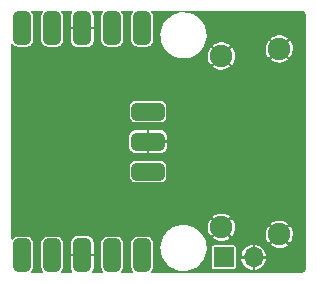
<source format=gbr>
%TF.GenerationSoftware,KiCad,Pcbnew,5.99.0-unknown-8eca23aabe~115~ubuntu20.04.1*%
%TF.CreationDate,2021-02-02T11:51:54+00:00*%
%TF.ProjectId,dvi-sock,6476692d-736f-4636-9b2e-6b696361645f,rev?*%
%TF.SameCoordinates,Original*%
%TF.FileFunction,Copper,L2,Bot*%
%TF.FilePolarity,Positive*%
%FSLAX46Y46*%
G04 Gerber Fmt 4.6, Leading zero omitted, Abs format (unit mm)*
G04 Created by KiCad (PCBNEW 5.99.0-unknown-8eca23aabe~115~ubuntu20.04.1) date 2021-02-02 11:51:54*
%MOMM*%
%LPD*%
G01*
G04 APERTURE LIST*
G04 Aperture macros list*
%AMRoundRect*
0 Rectangle with rounded corners*
0 $1 Rounding radius*
0 $2 $3 $4 $5 $6 $7 $8 $9 X,Y pos of 4 corners*
0 Add a 4 corners polygon primitive as box body*
4,1,4,$2,$3,$4,$5,$6,$7,$8,$9,$2,$3,0*
0 Add four circle primitives for the rounded corners*
1,1,$1+$1,$2,$3*
1,1,$1+$1,$4,$5*
1,1,$1+$1,$6,$7*
1,1,$1+$1,$8,$9*
0 Add four rect primitives between the rounded corners*
20,1,$1+$1,$2,$3,$4,$5,0*
20,1,$1+$1,$4,$5,$6,$7,0*
20,1,$1+$1,$6,$7,$8,$9,0*
20,1,$1+$1,$8,$9,$2,$3,0*%
G04 Aperture macros list end*
%TA.AperFunction,ComponentPad*%
%ADD10R,1.700000X1.700000*%
%TD*%
%TA.AperFunction,ComponentPad*%
%ADD11O,1.700000X1.700000*%
%TD*%
%TA.AperFunction,ComponentPad*%
%ADD12C,0.600000*%
%TD*%
%TA.AperFunction,ComponentPad*%
%ADD13RoundRect,0.381000X-0.381000X-1.019000X0.381000X-1.019000X0.381000X1.019000X-0.381000X1.019000X0*%
%TD*%
%TA.AperFunction,ComponentPad*%
%ADD14RoundRect,0.381000X0.381000X1.019000X-0.381000X1.019000X-0.381000X-1.019000X0.381000X-1.019000X0*%
%TD*%
%TA.AperFunction,ComponentPad*%
%ADD15RoundRect,0.381000X1.019000X-0.381000X1.019000X0.381000X-1.019000X0.381000X-1.019000X-0.381000X0*%
%TD*%
%TA.AperFunction,ComponentPad*%
%ADD16C,1.900000*%
%TD*%
%TA.AperFunction,ViaPad*%
%ADD17C,0.600000*%
%TD*%
G04 APERTURE END LIST*
D10*
%TO.P,J5,1,Pin_1*%
%TO.N,+5V*%
X159900000Y-94800000D03*
D11*
%TO.P,J5,2,Pin_2*%
%TO.N,GND*%
X162440000Y-94800000D03*
%TD*%
D12*
%TO.P,J1,1,Pin_1*%
%TO.N,/PICO_D0+*%
X142840000Y-95500000D03*
D13*
X142840000Y-94600000D03*
%TO.P,J1,2,Pin_2*%
%TO.N,/PICO_D0-*%
X145380000Y-94600000D03*
D12*
X145380000Y-95500000D03*
%TO.P,J1,3,Pin_3*%
%TO.N,GND*%
X147920000Y-95500000D03*
D13*
X147920000Y-94600000D03*
%TO.P,J1,4,Pin_4*%
%TO.N,/PICO_CK+*%
X150460000Y-94600000D03*
D12*
X150460000Y-95500000D03*
%TO.P,J1,5,Pin_5*%
%TO.N,/PICO_CK-*%
X153000000Y-95500000D03*
D13*
X153000000Y-94600000D03*
%TD*%
D12*
%TO.P,J2,1,Pin_1*%
%TO.N,/PICO_D2+*%
X153000000Y-74500000D03*
D14*
X153000000Y-75400000D03*
%TO.P,J2,2,Pin_2*%
%TO.N,/PICO_D2-*%
X150460000Y-75400000D03*
D12*
X150460000Y-74500000D03*
%TO.P,J2,3,Pin_3*%
%TO.N,GND*%
X147920000Y-74500000D03*
D14*
X147920000Y-75400000D03*
D12*
%TO.P,J2,4,Pin_4*%
%TO.N,/PICO_D1+*%
X145380000Y-74500000D03*
D14*
X145380000Y-75400000D03*
%TO.P,J2,5,Pin_5*%
%TO.N,/PICO_D1-*%
X142840000Y-75400000D03*
D12*
X142840000Y-74500000D03*
%TD*%
%TO.P,J3,1,Pin_1*%
%TO.N,unconnected-(J3-Pad1)*%
X154400000Y-87540000D03*
D15*
X153500000Y-87540000D03*
D12*
%TO.P,J3,2,Pin_2*%
%TO.N,GND*%
X154400000Y-85000000D03*
D15*
X153500000Y-85000000D03*
D12*
%TO.P,J3,3,Pin_3*%
%TO.N,unconnected-(J3-Pad3)*%
X154400000Y-82460000D03*
D15*
X153500000Y-82460000D03*
%TD*%
D16*
%TO.P,J4,SH,SH*%
%TO.N,GND*%
X164600000Y-77150000D03*
X159700000Y-77750000D03*
X159700000Y-92250000D03*
X164600000Y-92850000D03*
%TD*%
D17*
%TO.N,GND*%
X155350000Y-82600000D03*
X143260000Y-77370000D03*
X156010000Y-89470000D03*
X158440000Y-79620000D03*
X154500000Y-86300000D03*
X150950000Y-92570000D03*
X160250000Y-83750000D03*
X157430000Y-80520000D03*
X157540000Y-89750000D03*
X160250000Y-82250000D03*
X160250000Y-80750000D03*
X160250000Y-88250000D03*
X157450000Y-82250000D03*
X154800000Y-74250000D03*
X152600000Y-92600000D03*
X157500000Y-83750000D03*
X154600000Y-81200000D03*
X143300000Y-92500000D03*
X142300000Y-85000000D03*
X154950000Y-95800000D03*
X144900000Y-92500000D03*
X152670000Y-77280000D03*
X155250000Y-79600000D03*
X158200000Y-74250000D03*
X154500000Y-83700000D03*
X160250000Y-85250000D03*
X161820000Y-90350000D03*
X157500000Y-85300000D03*
X154500000Y-88800000D03*
X160590000Y-90340000D03*
X158100000Y-95800000D03*
X144990000Y-77350000D03*
X150950000Y-77440000D03*
%TD*%
%TA.AperFunction,Conductor*%
%TO.N,GND*%
G36*
X144592932Y-73917313D02*
G01*
X144618242Y-73961150D01*
X144609452Y-74011000D01*
X144605686Y-74016866D01*
X144534149Y-74117530D01*
X144523552Y-74132442D01*
X144521844Y-74137186D01*
X144521843Y-74137188D01*
X144496876Y-74206537D01*
X144474224Y-74269455D01*
X144467500Y-74333429D01*
X144467500Y-76455501D01*
X144482263Y-76563275D01*
X144484266Y-76567904D01*
X144484267Y-76567907D01*
X144516287Y-76641900D01*
X144540097Y-76696921D01*
X144543270Y-76700839D01*
X144543271Y-76700841D01*
X144571509Y-76735712D01*
X144631740Y-76810092D01*
X144635849Y-76813012D01*
X144635852Y-76813015D01*
X144746330Y-76891526D01*
X144750442Y-76894448D01*
X144755186Y-76896156D01*
X144755188Y-76896157D01*
X144883258Y-76942265D01*
X144887455Y-76943776D01*
X144906094Y-76945735D01*
X144949503Y-76950298D01*
X144949511Y-76950298D01*
X144951429Y-76950500D01*
X145797501Y-76950500D01*
X145905275Y-76935737D01*
X145909904Y-76933734D01*
X145909907Y-76933733D01*
X145985827Y-76900879D01*
X146038921Y-76877903D01*
X146051466Y-76867745D01*
X146148171Y-76789435D01*
X146152092Y-76786260D01*
X146155012Y-76782151D01*
X146155015Y-76782148D01*
X146233526Y-76671670D01*
X146233527Y-76671669D01*
X146236448Y-76667558D01*
X146238305Y-76662402D01*
X146284265Y-76534742D01*
X146285776Y-76530545D01*
X146290425Y-76486313D01*
X146292298Y-76468497D01*
X146292298Y-76468489D01*
X146292500Y-76466571D01*
X146292500Y-75508925D01*
X146958000Y-75508925D01*
X146958000Y-76454552D01*
X146958317Y-76459387D01*
X146972334Y-76565863D01*
X146974822Y-76575146D01*
X147029654Y-76707521D01*
X147034461Y-76715848D01*
X147121680Y-76829514D01*
X147128486Y-76836320D01*
X147242152Y-76923539D01*
X147250479Y-76928346D01*
X147382854Y-76983178D01*
X147392137Y-76985666D01*
X147498613Y-76999683D01*
X147503448Y-77000000D01*
X148336552Y-77000000D01*
X148341387Y-76999683D01*
X148447863Y-76985666D01*
X148457146Y-76983178D01*
X148589521Y-76928346D01*
X148597848Y-76923539D01*
X148711514Y-76836320D01*
X148718320Y-76829514D01*
X148805539Y-76715848D01*
X148810346Y-76707521D01*
X148865178Y-76575146D01*
X148867666Y-76565863D01*
X148881683Y-76459387D01*
X148882000Y-76454552D01*
X148882000Y-75513048D01*
X148878362Y-75503052D01*
X148873075Y-75500000D01*
X146971048Y-75500000D01*
X146961052Y-75503638D01*
X146958000Y-75508925D01*
X146292500Y-75508925D01*
X146292500Y-74344499D01*
X146277737Y-74236725D01*
X146275645Y-74231889D01*
X146234663Y-74137188D01*
X146219903Y-74103079D01*
X146153087Y-74020567D01*
X146136608Y-73972708D01*
X146154749Y-73925452D01*
X146199021Y-73900911D01*
X146210597Y-73900000D01*
X147025709Y-73900000D01*
X147073275Y-73917313D01*
X147098585Y-73961150D01*
X147089795Y-74011000D01*
X147084417Y-74019048D01*
X147034461Y-74084152D01*
X147029654Y-74092479D01*
X146974822Y-74224854D01*
X146972334Y-74234137D01*
X146958317Y-74340613D01*
X146958000Y-74345448D01*
X146958000Y-75286952D01*
X146961638Y-75296948D01*
X146966925Y-75300000D01*
X148868952Y-75300000D01*
X148878948Y-75296362D01*
X148882000Y-75291075D01*
X148882000Y-74345448D01*
X148881683Y-74340613D01*
X148867666Y-74234137D01*
X148865178Y-74224854D01*
X148810346Y-74092479D01*
X148805539Y-74084152D01*
X148755583Y-74019048D01*
X148740361Y-73970772D01*
X148759733Y-73924006D01*
X148804633Y-73900633D01*
X148814291Y-73900000D01*
X149625366Y-73900000D01*
X149672932Y-73917313D01*
X149698242Y-73961150D01*
X149689452Y-74011000D01*
X149685686Y-74016866D01*
X149614149Y-74117530D01*
X149603552Y-74132442D01*
X149601844Y-74137186D01*
X149601843Y-74137188D01*
X149576876Y-74206537D01*
X149554224Y-74269455D01*
X149547500Y-74333429D01*
X149547500Y-76455501D01*
X149562263Y-76563275D01*
X149564266Y-76567904D01*
X149564267Y-76567907D01*
X149596287Y-76641900D01*
X149620097Y-76696921D01*
X149623270Y-76700839D01*
X149623271Y-76700841D01*
X149651509Y-76735712D01*
X149711740Y-76810092D01*
X149715849Y-76813012D01*
X149715852Y-76813015D01*
X149826330Y-76891526D01*
X149830442Y-76894448D01*
X149835186Y-76896156D01*
X149835188Y-76896157D01*
X149963258Y-76942265D01*
X149967455Y-76943776D01*
X149986094Y-76945735D01*
X150029503Y-76950298D01*
X150029511Y-76950298D01*
X150031429Y-76950500D01*
X150877501Y-76950500D01*
X150985275Y-76935737D01*
X150989904Y-76933734D01*
X150989907Y-76933733D01*
X151065827Y-76900879D01*
X151118921Y-76877903D01*
X151131466Y-76867745D01*
X151228171Y-76789435D01*
X151232092Y-76786260D01*
X151235012Y-76782151D01*
X151235015Y-76782148D01*
X151313526Y-76671670D01*
X151313527Y-76671669D01*
X151316448Y-76667558D01*
X151318305Y-76662402D01*
X151364265Y-76534742D01*
X151365776Y-76530545D01*
X151370425Y-76486313D01*
X151372298Y-76468497D01*
X151372298Y-76468489D01*
X151372500Y-76466571D01*
X151372500Y-74344499D01*
X151357737Y-74236725D01*
X151355645Y-74231889D01*
X151314663Y-74137188D01*
X151299903Y-74103079D01*
X151233087Y-74020567D01*
X151216608Y-73972708D01*
X151234749Y-73925452D01*
X151279021Y-73900911D01*
X151290597Y-73900000D01*
X152165366Y-73900000D01*
X152212932Y-73917313D01*
X152238242Y-73961150D01*
X152229452Y-74011000D01*
X152225686Y-74016866D01*
X152154149Y-74117530D01*
X152143552Y-74132442D01*
X152141844Y-74137186D01*
X152141843Y-74137188D01*
X152116876Y-74206537D01*
X152094224Y-74269455D01*
X152087500Y-74333429D01*
X152087500Y-76455501D01*
X152102263Y-76563275D01*
X152104266Y-76567904D01*
X152104267Y-76567907D01*
X152136287Y-76641900D01*
X152160097Y-76696921D01*
X152163270Y-76700839D01*
X152163271Y-76700841D01*
X152191509Y-76735712D01*
X152251740Y-76810092D01*
X152255849Y-76813012D01*
X152255852Y-76813015D01*
X152366330Y-76891526D01*
X152370442Y-76894448D01*
X152375186Y-76896156D01*
X152375188Y-76896157D01*
X152503258Y-76942265D01*
X152507455Y-76943776D01*
X152526094Y-76945735D01*
X152569503Y-76950298D01*
X152569511Y-76950298D01*
X152571429Y-76950500D01*
X153417501Y-76950500D01*
X153525275Y-76935737D01*
X153529904Y-76933734D01*
X153529907Y-76933733D01*
X153605827Y-76900879D01*
X153658921Y-76877903D01*
X153671466Y-76867745D01*
X153768171Y-76789435D01*
X153772092Y-76786260D01*
X153775012Y-76782151D01*
X153775015Y-76782148D01*
X153853526Y-76671670D01*
X153853527Y-76671669D01*
X153856448Y-76667558D01*
X153858305Y-76662402D01*
X153904265Y-76534742D01*
X153905776Y-76530545D01*
X153910425Y-76486313D01*
X153912298Y-76468497D01*
X153912298Y-76468489D01*
X153912500Y-76466571D01*
X153912500Y-75938576D01*
X154545465Y-75938576D01*
X154545568Y-75941195D01*
X154552777Y-76124676D01*
X154556309Y-76214585D01*
X154556777Y-76217148D01*
X154556778Y-76217156D01*
X154600135Y-76454552D01*
X154605936Y-76486313D01*
X154606765Y-76488797D01*
X154606765Y-76488798D01*
X154690356Y-76739350D01*
X154693354Y-76748337D01*
X154749295Y-76860293D01*
X154787251Y-76936254D01*
X154816819Y-76995430D01*
X154818308Y-76997585D01*
X154818309Y-76997586D01*
X154972371Y-77220497D01*
X154972376Y-77220503D01*
X154973868Y-77222662D01*
X154975652Y-77224591D01*
X154975652Y-77224592D01*
X155158917Y-77422846D01*
X155161368Y-77425498D01*
X155375577Y-77599892D01*
X155518096Y-77685695D01*
X155609979Y-77741013D01*
X155609983Y-77741015D01*
X155612222Y-77742363D01*
X155866579Y-77850070D01*
X155869117Y-77850743D01*
X155869120Y-77850744D01*
X156008678Y-77887747D01*
X156133576Y-77920863D01*
X156407883Y-77953329D01*
X156533380Y-77950371D01*
X156681410Y-77946883D01*
X156681414Y-77946883D01*
X156684029Y-77946821D01*
X156686604Y-77946392D01*
X156686608Y-77946392D01*
X156953920Y-77901899D01*
X156953923Y-77901898D01*
X156956502Y-77901469D01*
X156968315Y-77897733D01*
X157217374Y-77818967D01*
X157217377Y-77818966D01*
X157219868Y-77818178D01*
X157222222Y-77817047D01*
X157222226Y-77817046D01*
X157417757Y-77723153D01*
X158545618Y-77723153D01*
X158558999Y-77927305D01*
X158560054Y-77933965D01*
X158610413Y-78132256D01*
X158612669Y-78138627D01*
X158698325Y-78324428D01*
X158701693Y-78330262D01*
X158808709Y-78481686D01*
X158817446Y-78487747D01*
X158821173Y-78487405D01*
X159549353Y-77759226D01*
X159553463Y-77750413D01*
X159846152Y-77750413D01*
X159847733Y-77756312D01*
X160571696Y-78480274D01*
X160581335Y-78484769D01*
X160585867Y-78483554D01*
X160649692Y-78406813D01*
X160653525Y-78401237D01*
X160753488Y-78222739D01*
X160756235Y-78216569D01*
X160818361Y-78033550D01*
X163863016Y-78033550D01*
X163864538Y-78039229D01*
X163870709Y-78045240D01*
X163875952Y-78049486D01*
X164046061Y-78163149D01*
X164051998Y-78166373D01*
X164239973Y-78247133D01*
X164246392Y-78249218D01*
X164445927Y-78294369D01*
X164452636Y-78295252D01*
X164657053Y-78303284D01*
X164663812Y-78302929D01*
X164866267Y-78273575D01*
X164872846Y-78271995D01*
X165066569Y-78206235D01*
X165072739Y-78203488D01*
X165251237Y-78103525D01*
X165256813Y-78099692D01*
X165329468Y-78039266D01*
X165334827Y-78030076D01*
X165334033Y-78025455D01*
X164609226Y-77300647D01*
X164599587Y-77296152D01*
X164593688Y-77297733D01*
X163867511Y-78023911D01*
X163863016Y-78033550D01*
X160818361Y-78033550D01*
X160821995Y-78022846D01*
X160823575Y-78016267D01*
X160853104Y-77812607D01*
X160853474Y-77808271D01*
X160854943Y-77752166D01*
X160854802Y-77747843D01*
X160835969Y-77542895D01*
X160834739Y-77536254D01*
X160779206Y-77339350D01*
X160776784Y-77333042D01*
X160686297Y-77149553D01*
X160682772Y-77143799D01*
X160667355Y-77123153D01*
X163445618Y-77123153D01*
X163458999Y-77327305D01*
X163460054Y-77333965D01*
X163510413Y-77532256D01*
X163512669Y-77538627D01*
X163598325Y-77724428D01*
X163601693Y-77730262D01*
X163708709Y-77881686D01*
X163717446Y-77887747D01*
X163721173Y-77887405D01*
X164449353Y-77159226D01*
X164453463Y-77150413D01*
X164746152Y-77150413D01*
X164747733Y-77156312D01*
X165471696Y-77880274D01*
X165481335Y-77884769D01*
X165485867Y-77883554D01*
X165549692Y-77806813D01*
X165553525Y-77801237D01*
X165653488Y-77622739D01*
X165656235Y-77616569D01*
X165721995Y-77422846D01*
X165723575Y-77416267D01*
X165753104Y-77212607D01*
X165753474Y-77208271D01*
X165754943Y-77152166D01*
X165754802Y-77147843D01*
X165735969Y-76942895D01*
X165734739Y-76936254D01*
X165679206Y-76739350D01*
X165676784Y-76733042D01*
X165586297Y-76549553D01*
X165582772Y-76543799D01*
X165490052Y-76419632D01*
X165481156Y-76413799D01*
X165477148Y-76414274D01*
X164750647Y-77140774D01*
X164746152Y-77150413D01*
X164453463Y-77150413D01*
X164453848Y-77149587D01*
X164452267Y-77143688D01*
X163727925Y-76419347D01*
X163718286Y-76414852D01*
X163714081Y-76415979D01*
X163633435Y-76518278D01*
X163629754Y-76523948D01*
X163534501Y-76704995D01*
X163531913Y-76711241D01*
X163471247Y-76906620D01*
X163469841Y-76913236D01*
X163445795Y-77116393D01*
X163445618Y-77123153D01*
X160667355Y-77123153D01*
X160590052Y-77019632D01*
X160581156Y-77013799D01*
X160577148Y-77014274D01*
X159850647Y-77740774D01*
X159846152Y-77750413D01*
X159553463Y-77750413D01*
X159553848Y-77749587D01*
X159552267Y-77743688D01*
X158827925Y-77019347D01*
X158818286Y-77014852D01*
X158814081Y-77015979D01*
X158733435Y-77118278D01*
X158729754Y-77123948D01*
X158634501Y-77304995D01*
X158631913Y-77311241D01*
X158571247Y-77506620D01*
X158569841Y-77513236D01*
X158545795Y-77716393D01*
X158545618Y-77723153D01*
X157417757Y-77723153D01*
X157466522Y-77699736D01*
X157468869Y-77698609D01*
X157591651Y-77616569D01*
X157696362Y-77546604D01*
X157696369Y-77546599D01*
X157698540Y-77545148D01*
X157904296Y-77360857D01*
X158082033Y-77149414D01*
X158228204Y-76915037D01*
X158248283Y-76869619D01*
X158965011Y-76869619D01*
X158965997Y-76874575D01*
X159690774Y-77599353D01*
X159700413Y-77603848D01*
X159706312Y-77602267D01*
X160431194Y-76877384D01*
X160435689Y-76867745D01*
X160434278Y-76862480D01*
X160405610Y-76835980D01*
X160400252Y-76831868D01*
X160227220Y-76722692D01*
X160221214Y-76719632D01*
X160031192Y-76643821D01*
X160024707Y-76641900D01*
X159824054Y-76601988D01*
X159817344Y-76601283D01*
X159612773Y-76598604D01*
X159606033Y-76599135D01*
X159404412Y-76633781D01*
X159397877Y-76635532D01*
X159205941Y-76706341D01*
X159199847Y-76709247D01*
X159024023Y-76813851D01*
X159018556Y-76817823D01*
X158970128Y-76860293D01*
X158965011Y-76869619D01*
X158248283Y-76869619D01*
X158339892Y-76662402D01*
X158414870Y-76396551D01*
X158431919Y-76269619D01*
X163865011Y-76269619D01*
X163865997Y-76274575D01*
X164590774Y-76999353D01*
X164600413Y-77003848D01*
X164606312Y-77002267D01*
X165331194Y-76277384D01*
X165335689Y-76267745D01*
X165334278Y-76262480D01*
X165305610Y-76235980D01*
X165300252Y-76231868D01*
X165127220Y-76122692D01*
X165121214Y-76119632D01*
X164931192Y-76043821D01*
X164924707Y-76041900D01*
X164724054Y-76001988D01*
X164717344Y-76001283D01*
X164512773Y-75998604D01*
X164506033Y-75999135D01*
X164304412Y-76033781D01*
X164297877Y-76035532D01*
X164105941Y-76106341D01*
X164099847Y-76109247D01*
X163924023Y-76213851D01*
X163918556Y-76217823D01*
X163870128Y-76260293D01*
X163865011Y-76269619D01*
X158431919Y-76269619D01*
X158451641Y-76122787D01*
X158455500Y-76000000D01*
X158455366Y-75998106D01*
X158436177Y-75727088D01*
X158436176Y-75727081D01*
X158435991Y-75724468D01*
X158377854Y-75454433D01*
X158357129Y-75398254D01*
X158283153Y-75197734D01*
X158283152Y-75197732D01*
X158282249Y-75195284D01*
X158151083Y-74952191D01*
X157986974Y-74730004D01*
X157793195Y-74533158D01*
X157573614Y-74365579D01*
X157332611Y-74230611D01*
X157074996Y-74130947D01*
X157072453Y-74130358D01*
X157072448Y-74130356D01*
X156808454Y-74069165D01*
X156808452Y-74069165D01*
X156805908Y-74068575D01*
X156803308Y-74068350D01*
X156803303Y-74068349D01*
X156565158Y-74047724D01*
X156519263Y-74026372D01*
X156518128Y-74023944D01*
X156494777Y-74043537D01*
X156473534Y-74047888D01*
X156254911Y-74059920D01*
X155983996Y-74113808D01*
X155846993Y-74161920D01*
X155725848Y-74204463D01*
X155725845Y-74204464D01*
X155723377Y-74205331D01*
X155721057Y-74206536D01*
X155721055Y-74206537D01*
X155609658Y-74264403D01*
X155478254Y-74332662D01*
X155432191Y-74365579D01*
X155255649Y-74491737D01*
X155255645Y-74491740D01*
X155253517Y-74493261D01*
X155251629Y-74495062D01*
X155251623Y-74495067D01*
X155055544Y-74682118D01*
X155053651Y-74683924D01*
X154882644Y-74900846D01*
X154743907Y-75139699D01*
X154742924Y-75142126D01*
X154742923Y-75142128D01*
X154678978Y-75300000D01*
X154640209Y-75395717D01*
X154573619Y-75663793D01*
X154573353Y-75666386D01*
X154573353Y-75666388D01*
X154567402Y-75724468D01*
X154545465Y-75938576D01*
X153912500Y-75938576D01*
X153912500Y-74344499D01*
X153897737Y-74236725D01*
X153895645Y-74231889D01*
X153854663Y-74137188D01*
X153839903Y-74103079D01*
X153773087Y-74020567D01*
X153756608Y-73972708D01*
X153774749Y-73925452D01*
X153819021Y-73900911D01*
X153830597Y-73900000D01*
X156469468Y-73900000D01*
X156517034Y-73917313D01*
X156521137Y-73924419D01*
X156552328Y-73902538D01*
X156571543Y-73900000D01*
X166451434Y-73900000D01*
X166467645Y-73902360D01*
X166467658Y-73902282D01*
X166472450Y-73903047D01*
X166477097Y-73904430D01*
X166481943Y-73904563D01*
X166481944Y-73904563D01*
X166494869Y-73904917D01*
X166532278Y-73905943D01*
X166539911Y-73906549D01*
X166543638Y-73907040D01*
X166553126Y-73908928D01*
X166623060Y-73927667D01*
X166640906Y-73935059D01*
X166702290Y-73970498D01*
X166717617Y-73982258D01*
X166767740Y-74032381D01*
X166779498Y-74047704D01*
X166814944Y-74109096D01*
X166822334Y-74126939D01*
X166841075Y-74196884D01*
X166842963Y-74206377D01*
X166843453Y-74210103D01*
X166844057Y-74217719D01*
X166845570Y-74272903D01*
X166846953Y-74277550D01*
X166847718Y-74282342D01*
X166847640Y-74282355D01*
X166850000Y-74298566D01*
X166850000Y-95701434D01*
X166847640Y-95717645D01*
X166847718Y-95717658D01*
X166846953Y-95722450D01*
X166845570Y-95727097D01*
X166845437Y-95731943D01*
X166845437Y-95731944D01*
X166844057Y-95782276D01*
X166843453Y-95789897D01*
X166842963Y-95793623D01*
X166841075Y-95803116D01*
X166825080Y-95862812D01*
X166822334Y-95873060D01*
X166814944Y-95890904D01*
X166779500Y-95952294D01*
X166767740Y-95967619D01*
X166717617Y-96017742D01*
X166702290Y-96029502D01*
X166640906Y-96064941D01*
X166623060Y-96072333D01*
X166553126Y-96091072D01*
X166543638Y-96092960D01*
X166539911Y-96093451D01*
X166532278Y-96094057D01*
X166494869Y-96095083D01*
X166481944Y-96095437D01*
X166481943Y-96095437D01*
X166477097Y-96095570D01*
X166472450Y-96096953D01*
X166467658Y-96097718D01*
X166467645Y-96097640D01*
X166451434Y-96100000D01*
X156465127Y-96100000D01*
X156427266Y-96086219D01*
X156409252Y-96098030D01*
X156392291Y-96100000D01*
X153834634Y-96100000D01*
X153787068Y-96082687D01*
X153761758Y-96038850D01*
X153770548Y-95989000D01*
X153774314Y-95983134D01*
X153853526Y-95871670D01*
X153853527Y-95871669D01*
X153856448Y-95867558D01*
X153862502Y-95850744D01*
X153904265Y-95734742D01*
X153905776Y-95730545D01*
X153909785Y-95692400D01*
X153912298Y-95668497D01*
X153912298Y-95668489D01*
X153912500Y-95666571D01*
X153912500Y-93938576D01*
X154545465Y-93938576D01*
X154545568Y-93941195D01*
X154555783Y-94201186D01*
X154556309Y-94214585D01*
X154556777Y-94217148D01*
X154556778Y-94217156D01*
X154557182Y-94219367D01*
X154605936Y-94486313D01*
X154606765Y-94488797D01*
X154606765Y-94488798D01*
X154681581Y-94713048D01*
X154693354Y-94748337D01*
X154816819Y-94995430D01*
X154818308Y-94997585D01*
X154818309Y-94997586D01*
X154972371Y-95220497D01*
X154972376Y-95220503D01*
X154973868Y-95222662D01*
X154975652Y-95224591D01*
X154975652Y-95224592D01*
X155103227Y-95362601D01*
X155161368Y-95425498D01*
X155375577Y-95599892D01*
X155482003Y-95663965D01*
X155609979Y-95741013D01*
X155609983Y-95741015D01*
X155612222Y-95742363D01*
X155866579Y-95850070D01*
X155869117Y-95850743D01*
X155869120Y-95850744D01*
X156060431Y-95901469D01*
X156133576Y-95920863D01*
X156400989Y-95952513D01*
X156428187Y-95966222D01*
X156439818Y-95956463D01*
X156463384Y-95952021D01*
X156681410Y-95946883D01*
X156681414Y-95946883D01*
X156684029Y-95946821D01*
X156686604Y-95946392D01*
X156686608Y-95946392D01*
X156953920Y-95901899D01*
X156953923Y-95901898D01*
X156956502Y-95901469D01*
X156970883Y-95896921D01*
X157217374Y-95818967D01*
X157217377Y-95818966D01*
X157219868Y-95818178D01*
X157222222Y-95817047D01*
X157222226Y-95817046D01*
X157466522Y-95699736D01*
X157468869Y-95698609D01*
X157513935Y-95668497D01*
X157696362Y-95546604D01*
X157696369Y-95546599D01*
X157698540Y-95545148D01*
X157904296Y-95360857D01*
X158082033Y-95149414D01*
X158228204Y-94915037D01*
X158339892Y-94662402D01*
X158414870Y-94396551D01*
X158451641Y-94122787D01*
X158455500Y-94000000D01*
X158453517Y-93971995D01*
X158451960Y-93950000D01*
X158894500Y-93950000D01*
X158894500Y-95650000D01*
X158906337Y-95709507D01*
X158940045Y-95759955D01*
X158990493Y-95793663D01*
X158997638Y-95795084D01*
X158997640Y-95795085D01*
X159046430Y-95804790D01*
X159046431Y-95804790D01*
X159050000Y-95805500D01*
X160750000Y-95805500D01*
X160753569Y-95804790D01*
X160753570Y-95804790D01*
X160802360Y-95795085D01*
X160802362Y-95795084D01*
X160809507Y-95793663D01*
X160859955Y-95759955D01*
X160893663Y-95709507D01*
X160905500Y-95650000D01*
X160905500Y-94907792D01*
X161395391Y-94907792D01*
X161402029Y-94986840D01*
X161403330Y-94993927D01*
X161458088Y-95184892D01*
X161460739Y-95191588D01*
X161551547Y-95368282D01*
X161555452Y-95374340D01*
X161678847Y-95530027D01*
X161683853Y-95535211D01*
X161835140Y-95663965D01*
X161841059Y-95668079D01*
X162014473Y-95764998D01*
X162021074Y-95767881D01*
X162210008Y-95829269D01*
X162217053Y-95830818D01*
X162327043Y-95843934D01*
X162337400Y-95841505D01*
X162340000Y-95838030D01*
X162340000Y-94913048D01*
X162338499Y-94908925D01*
X162540000Y-94908925D01*
X162540000Y-95832326D01*
X162543638Y-95842322D01*
X162547875Y-95844768D01*
X162619588Y-95839250D01*
X162626687Y-95837998D01*
X162818033Y-95784574D01*
X162824741Y-95781972D01*
X163002062Y-95692400D01*
X163008151Y-95688536D01*
X163164696Y-95566230D01*
X163169915Y-95561260D01*
X163299725Y-95410873D01*
X163303873Y-95404993D01*
X163402004Y-95232250D01*
X163404932Y-95225675D01*
X163467640Y-95037168D01*
X163469237Y-95030144D01*
X163484042Y-94912944D01*
X163481686Y-94902573D01*
X163478295Y-94900000D01*
X162553048Y-94900000D01*
X162543052Y-94903638D01*
X162540000Y-94908925D01*
X162338499Y-94908925D01*
X162336362Y-94903052D01*
X162331075Y-94900000D01*
X161407785Y-94900000D01*
X161397789Y-94903638D01*
X161395391Y-94907792D01*
X160905500Y-94907792D01*
X160905500Y-94687033D01*
X161396121Y-94687033D01*
X161398623Y-94697372D01*
X161402188Y-94700000D01*
X162326952Y-94700000D01*
X162336948Y-94696362D01*
X162340000Y-94691075D01*
X162340000Y-93767845D01*
X162338002Y-93762356D01*
X162540000Y-93762356D01*
X162540000Y-94686952D01*
X162543638Y-94696948D01*
X162548925Y-94700000D01*
X163472147Y-94700000D01*
X163482143Y-94696362D01*
X163484447Y-94692371D01*
X163475261Y-94598686D01*
X163473862Y-94591618D01*
X163416441Y-94401434D01*
X163413697Y-94394776D01*
X163320431Y-94219367D01*
X163316445Y-94213368D01*
X163190883Y-94059414D01*
X163185812Y-94054307D01*
X163032734Y-93927669D01*
X163026768Y-93923645D01*
X162852012Y-93829155D01*
X162845374Y-93826365D01*
X162655596Y-93767619D01*
X162648536Y-93766170D01*
X162552977Y-93756126D01*
X162542657Y-93758699D01*
X162540000Y-93762356D01*
X162338002Y-93762356D01*
X162336362Y-93757849D01*
X162332290Y-93755499D01*
X162245918Y-93763359D01*
X162238841Y-93764709D01*
X162048261Y-93820799D01*
X162041585Y-93823497D01*
X161865524Y-93915539D01*
X161859503Y-93919480D01*
X161704679Y-94043961D01*
X161699526Y-94049006D01*
X161571833Y-94201186D01*
X161567763Y-94207130D01*
X161472054Y-94381223D01*
X161469218Y-94387840D01*
X161409147Y-94577206D01*
X161407651Y-94584245D01*
X161396121Y-94687033D01*
X160905500Y-94687033D01*
X160905500Y-93950000D01*
X160903228Y-93938576D01*
X160895085Y-93897640D01*
X160895084Y-93897638D01*
X160893663Y-93890493D01*
X160859955Y-93840045D01*
X160809507Y-93806337D01*
X160802362Y-93804916D01*
X160802360Y-93804915D01*
X160753570Y-93795210D01*
X160753569Y-93795210D01*
X160750000Y-93794500D01*
X159050000Y-93794500D01*
X159046431Y-93795210D01*
X159046430Y-93795210D01*
X158997640Y-93804915D01*
X158997638Y-93804916D01*
X158990493Y-93806337D01*
X158940045Y-93840045D01*
X158906337Y-93890493D01*
X158904916Y-93897638D01*
X158904915Y-93897640D01*
X158896772Y-93938576D01*
X158894500Y-93950000D01*
X158451960Y-93950000D01*
X158436635Y-93733550D01*
X163863016Y-93733550D01*
X163864538Y-93739229D01*
X163870709Y-93745240D01*
X163875952Y-93749486D01*
X164046061Y-93863149D01*
X164051998Y-93866373D01*
X164239973Y-93947133D01*
X164246392Y-93949218D01*
X164445927Y-93994369D01*
X164452636Y-93995252D01*
X164657053Y-94003284D01*
X164663812Y-94002929D01*
X164866267Y-93973575D01*
X164872846Y-93971995D01*
X165066569Y-93906235D01*
X165072739Y-93903488D01*
X165251237Y-93803525D01*
X165256813Y-93799692D01*
X165329468Y-93739266D01*
X165334827Y-93730076D01*
X165334033Y-93725455D01*
X164609226Y-93000647D01*
X164599587Y-92996152D01*
X164593688Y-92997733D01*
X163867511Y-93723911D01*
X163863016Y-93733550D01*
X158436635Y-93733550D01*
X158436177Y-93727088D01*
X158436176Y-93727081D01*
X158435991Y-93724468D01*
X158377854Y-93454433D01*
X158370367Y-93434137D01*
X158283153Y-93197734D01*
X158283152Y-93197732D01*
X158282249Y-93195284D01*
X158248939Y-93133550D01*
X158963016Y-93133550D01*
X158964538Y-93139229D01*
X158970709Y-93145240D01*
X158975952Y-93149486D01*
X159146061Y-93263149D01*
X159151998Y-93266373D01*
X159339973Y-93347133D01*
X159346392Y-93349218D01*
X159545927Y-93394369D01*
X159552636Y-93395252D01*
X159757053Y-93403284D01*
X159763812Y-93402929D01*
X159966267Y-93373575D01*
X159972846Y-93371995D01*
X160166569Y-93306235D01*
X160172739Y-93303488D01*
X160351237Y-93203525D01*
X160356813Y-93199692D01*
X160429468Y-93139266D01*
X160434827Y-93130076D01*
X160434033Y-93125455D01*
X159709226Y-92400647D01*
X159699587Y-92396152D01*
X159693688Y-92397733D01*
X158967511Y-93123911D01*
X158963016Y-93133550D01*
X158248939Y-93133550D01*
X158195206Y-93033965D01*
X158152325Y-92954492D01*
X158152322Y-92954487D01*
X158151083Y-92952191D01*
X158118644Y-92908271D01*
X158056716Y-92824428D01*
X157986974Y-92730004D01*
X157793195Y-92533158D01*
X157573614Y-92365579D01*
X157332611Y-92230611D01*
X157313333Y-92223153D01*
X158545618Y-92223153D01*
X158558999Y-92427305D01*
X158560054Y-92433965D01*
X158610413Y-92632256D01*
X158612669Y-92638627D01*
X158698325Y-92824428D01*
X158701693Y-92830262D01*
X158808709Y-92981686D01*
X158817446Y-92987747D01*
X158821173Y-92987405D01*
X159549353Y-92259226D01*
X159553463Y-92250413D01*
X159846152Y-92250413D01*
X159847733Y-92256312D01*
X160571696Y-92980274D01*
X160581335Y-92984769D01*
X160585867Y-92983554D01*
X160649692Y-92906813D01*
X160653525Y-92901237D01*
X160697254Y-92823153D01*
X163445618Y-92823153D01*
X163458999Y-93027305D01*
X163460054Y-93033965D01*
X163510413Y-93232256D01*
X163512669Y-93238627D01*
X163598325Y-93424428D01*
X163601693Y-93430262D01*
X163708709Y-93581686D01*
X163717446Y-93587747D01*
X163721173Y-93587405D01*
X164449353Y-92859226D01*
X164453463Y-92850413D01*
X164746152Y-92850413D01*
X164747733Y-92856312D01*
X165471696Y-93580274D01*
X165481335Y-93584769D01*
X165485867Y-93583554D01*
X165549692Y-93506813D01*
X165553525Y-93501237D01*
X165653488Y-93322739D01*
X165656235Y-93316569D01*
X165721995Y-93122846D01*
X165723575Y-93116267D01*
X165753104Y-92912607D01*
X165753474Y-92908271D01*
X165754943Y-92852166D01*
X165754802Y-92847843D01*
X165735969Y-92642895D01*
X165734739Y-92636254D01*
X165679206Y-92439350D01*
X165676784Y-92433042D01*
X165586297Y-92249553D01*
X165582772Y-92243799D01*
X165490052Y-92119632D01*
X165481156Y-92113799D01*
X165477148Y-92114274D01*
X164750647Y-92840774D01*
X164746152Y-92850413D01*
X164453463Y-92850413D01*
X164453848Y-92849587D01*
X164452267Y-92843688D01*
X163727925Y-92119347D01*
X163718286Y-92114852D01*
X163714081Y-92115979D01*
X163633435Y-92218278D01*
X163629754Y-92223948D01*
X163534501Y-92404995D01*
X163531913Y-92411241D01*
X163471247Y-92606620D01*
X163469841Y-92613236D01*
X163445795Y-92816393D01*
X163445618Y-92823153D01*
X160697254Y-92823153D01*
X160753488Y-92722739D01*
X160756235Y-92716569D01*
X160821995Y-92522846D01*
X160823575Y-92516267D01*
X160853104Y-92312607D01*
X160853474Y-92308271D01*
X160854943Y-92252166D01*
X160854802Y-92247843D01*
X160835969Y-92042895D01*
X160834739Y-92036254D01*
X160815946Y-91969619D01*
X163865011Y-91969619D01*
X163865997Y-91974575D01*
X164590774Y-92699353D01*
X164600413Y-92703848D01*
X164606312Y-92702267D01*
X165331194Y-91977384D01*
X165335689Y-91967745D01*
X165334278Y-91962480D01*
X165305610Y-91935980D01*
X165300252Y-91931868D01*
X165127220Y-91822692D01*
X165121214Y-91819632D01*
X164931192Y-91743821D01*
X164924707Y-91741900D01*
X164724054Y-91701988D01*
X164717344Y-91701283D01*
X164512773Y-91698604D01*
X164506033Y-91699135D01*
X164304412Y-91733781D01*
X164297877Y-91735532D01*
X164105941Y-91806341D01*
X164099847Y-91809247D01*
X163924023Y-91913851D01*
X163918556Y-91917823D01*
X163870128Y-91960293D01*
X163865011Y-91969619D01*
X160815946Y-91969619D01*
X160779206Y-91839350D01*
X160776784Y-91833042D01*
X160686297Y-91649553D01*
X160682772Y-91643799D01*
X160590052Y-91519632D01*
X160581156Y-91513799D01*
X160577148Y-91514274D01*
X159850647Y-92240774D01*
X159846152Y-92250413D01*
X159553463Y-92250413D01*
X159553848Y-92249587D01*
X159552267Y-92243688D01*
X158827925Y-91519347D01*
X158818286Y-91514852D01*
X158814081Y-91515979D01*
X158733435Y-91618278D01*
X158729754Y-91623948D01*
X158634501Y-91804995D01*
X158631913Y-91811241D01*
X158571247Y-92006620D01*
X158569841Y-92013236D01*
X158545795Y-92216393D01*
X158545618Y-92223153D01*
X157313333Y-92223153D01*
X157074996Y-92130947D01*
X157072453Y-92130358D01*
X157072448Y-92130356D01*
X156808454Y-92069165D01*
X156808452Y-92069165D01*
X156805908Y-92068575D01*
X156803308Y-92068350D01*
X156803303Y-92068349D01*
X156533325Y-92044967D01*
X156533326Y-92044967D01*
X156530716Y-92044741D01*
X156254911Y-92059920D01*
X155983996Y-92113808D01*
X155822176Y-92170635D01*
X155725848Y-92204463D01*
X155725845Y-92204464D01*
X155723377Y-92205331D01*
X155721057Y-92206536D01*
X155721055Y-92206537D01*
X155600816Y-92268996D01*
X155478254Y-92332662D01*
X155432191Y-92365579D01*
X155255649Y-92491737D01*
X155255645Y-92491740D01*
X155253517Y-92493261D01*
X155251629Y-92495062D01*
X155251623Y-92495067D01*
X155134686Y-92606620D01*
X155053651Y-92683924D01*
X155017325Y-92730004D01*
X154927704Y-92843688D01*
X154882644Y-92900846D01*
X154881333Y-92903103D01*
X154747479Y-93133550D01*
X154743907Y-93139699D01*
X154742924Y-93142126D01*
X154742923Y-93142128D01*
X154659043Y-93349218D01*
X154640209Y-93395717D01*
X154573619Y-93663793D01*
X154573353Y-93666386D01*
X154573353Y-93666388D01*
X154567459Y-93723911D01*
X154545465Y-93938576D01*
X153912500Y-93938576D01*
X153912500Y-93544499D01*
X153897737Y-93436725D01*
X153894941Y-93430262D01*
X153854663Y-93337188D01*
X153839903Y-93303079D01*
X153831320Y-93292479D01*
X153767559Y-93213740D01*
X153748260Y-93189908D01*
X153744151Y-93186988D01*
X153744148Y-93186985D01*
X153633670Y-93108474D01*
X153633669Y-93108473D01*
X153629558Y-93105552D01*
X153624814Y-93103844D01*
X153624812Y-93103843D01*
X153496742Y-93057735D01*
X153492545Y-93056224D01*
X153473906Y-93054265D01*
X153430497Y-93049702D01*
X153430489Y-93049702D01*
X153428571Y-93049500D01*
X152582499Y-93049500D01*
X152474725Y-93064263D01*
X152470096Y-93066266D01*
X152470093Y-93066267D01*
X152394173Y-93099121D01*
X152341079Y-93122097D01*
X152337161Y-93125270D01*
X152337159Y-93125271D01*
X152319922Y-93139229D01*
X152227908Y-93213740D01*
X152224988Y-93217849D01*
X152224985Y-93217852D01*
X152154832Y-93316569D01*
X152143552Y-93332442D01*
X152094224Y-93469455D01*
X152093758Y-93473890D01*
X152090884Y-93501237D01*
X152087500Y-93533429D01*
X152087500Y-95655501D01*
X152102263Y-95763275D01*
X152104266Y-95767904D01*
X152104267Y-95767907D01*
X152132144Y-95832326D01*
X152160097Y-95896921D01*
X152226913Y-95979433D01*
X152243392Y-96027292D01*
X152225251Y-96074548D01*
X152180979Y-96099089D01*
X152169403Y-96100000D01*
X151294634Y-96100000D01*
X151247068Y-96082687D01*
X151221758Y-96038850D01*
X151230548Y-95989000D01*
X151234314Y-95983134D01*
X151313526Y-95871670D01*
X151313527Y-95871669D01*
X151316448Y-95867558D01*
X151322502Y-95850744D01*
X151364265Y-95734742D01*
X151365776Y-95730545D01*
X151369785Y-95692400D01*
X151372298Y-95668497D01*
X151372298Y-95668489D01*
X151372500Y-95666571D01*
X151372500Y-93544499D01*
X151357737Y-93436725D01*
X151354941Y-93430262D01*
X151314663Y-93337188D01*
X151299903Y-93303079D01*
X151291320Y-93292479D01*
X151227559Y-93213740D01*
X151208260Y-93189908D01*
X151204151Y-93186988D01*
X151204148Y-93186985D01*
X151093670Y-93108474D01*
X151093669Y-93108473D01*
X151089558Y-93105552D01*
X151084814Y-93103844D01*
X151084812Y-93103843D01*
X150956742Y-93057735D01*
X150952545Y-93056224D01*
X150933906Y-93054265D01*
X150890497Y-93049702D01*
X150890489Y-93049702D01*
X150888571Y-93049500D01*
X150042499Y-93049500D01*
X149934725Y-93064263D01*
X149930096Y-93066266D01*
X149930093Y-93066267D01*
X149854173Y-93099121D01*
X149801079Y-93122097D01*
X149797161Y-93125270D01*
X149797159Y-93125271D01*
X149779922Y-93139229D01*
X149687908Y-93213740D01*
X149684988Y-93217849D01*
X149684985Y-93217852D01*
X149614832Y-93316569D01*
X149603552Y-93332442D01*
X149554224Y-93469455D01*
X149553758Y-93473890D01*
X149550884Y-93501237D01*
X149547500Y-93533429D01*
X149547500Y-95655501D01*
X149562263Y-95763275D01*
X149564266Y-95767904D01*
X149564267Y-95767907D01*
X149592144Y-95832326D01*
X149620097Y-95896921D01*
X149686913Y-95979433D01*
X149703392Y-96027292D01*
X149685251Y-96074548D01*
X149640979Y-96099089D01*
X149629403Y-96100000D01*
X148814291Y-96100000D01*
X148766725Y-96082687D01*
X148741415Y-96038850D01*
X148750205Y-95989000D01*
X148755583Y-95980952D01*
X148805539Y-95915848D01*
X148810346Y-95907521D01*
X148865178Y-95775146D01*
X148867666Y-95765863D01*
X148881683Y-95659387D01*
X148882000Y-95654552D01*
X148882000Y-94713048D01*
X148878362Y-94703052D01*
X148873075Y-94700000D01*
X146971048Y-94700000D01*
X146961052Y-94703638D01*
X146958000Y-94708925D01*
X146958000Y-95654552D01*
X146958317Y-95659387D01*
X146972334Y-95765863D01*
X146974822Y-95775146D01*
X147029654Y-95907521D01*
X147034461Y-95915848D01*
X147084417Y-95980952D01*
X147099639Y-96029228D01*
X147080267Y-96075994D01*
X147035367Y-96099367D01*
X147025709Y-96100000D01*
X146214634Y-96100000D01*
X146167068Y-96082687D01*
X146141758Y-96038850D01*
X146150548Y-95989000D01*
X146154314Y-95983134D01*
X146233526Y-95871670D01*
X146233527Y-95871669D01*
X146236448Y-95867558D01*
X146242502Y-95850744D01*
X146284265Y-95734742D01*
X146285776Y-95730545D01*
X146289785Y-95692400D01*
X146292298Y-95668497D01*
X146292298Y-95668489D01*
X146292500Y-95666571D01*
X146292500Y-93545448D01*
X146958000Y-93545448D01*
X146958000Y-94486952D01*
X146961638Y-94496948D01*
X146966925Y-94500000D01*
X148868952Y-94500000D01*
X148878948Y-94496362D01*
X148882000Y-94491075D01*
X148882000Y-93545448D01*
X148881683Y-93540613D01*
X148867666Y-93434137D01*
X148865178Y-93424854D01*
X148810346Y-93292479D01*
X148805539Y-93284152D01*
X148718320Y-93170486D01*
X148711514Y-93163680D01*
X148597848Y-93076461D01*
X148589521Y-93071654D01*
X148457146Y-93016822D01*
X148447863Y-93014334D01*
X148341387Y-93000317D01*
X148336552Y-93000000D01*
X147503448Y-93000000D01*
X147498613Y-93000317D01*
X147392137Y-93014334D01*
X147382854Y-93016822D01*
X147250479Y-93071654D01*
X147242152Y-93076461D01*
X147128486Y-93163680D01*
X147121680Y-93170486D01*
X147034461Y-93284152D01*
X147029654Y-93292479D01*
X146974822Y-93424854D01*
X146972334Y-93434137D01*
X146958317Y-93540613D01*
X146958000Y-93545448D01*
X146292500Y-93545448D01*
X146292500Y-93544499D01*
X146277737Y-93436725D01*
X146274941Y-93430262D01*
X146234663Y-93337188D01*
X146219903Y-93303079D01*
X146211320Y-93292479D01*
X146147559Y-93213740D01*
X146128260Y-93189908D01*
X146124151Y-93186988D01*
X146124148Y-93186985D01*
X146013670Y-93108474D01*
X146013669Y-93108473D01*
X146009558Y-93105552D01*
X146004814Y-93103844D01*
X146004812Y-93103843D01*
X145876742Y-93057735D01*
X145872545Y-93056224D01*
X145853906Y-93054265D01*
X145810497Y-93049702D01*
X145810489Y-93049702D01*
X145808571Y-93049500D01*
X144962499Y-93049500D01*
X144854725Y-93064263D01*
X144850096Y-93066266D01*
X144850093Y-93066267D01*
X144774173Y-93099121D01*
X144721079Y-93122097D01*
X144717161Y-93125270D01*
X144717159Y-93125271D01*
X144699922Y-93139229D01*
X144607908Y-93213740D01*
X144604988Y-93217849D01*
X144604985Y-93217852D01*
X144534832Y-93316569D01*
X144523552Y-93332442D01*
X144474224Y-93469455D01*
X144473758Y-93473890D01*
X144470884Y-93501237D01*
X144467500Y-93533429D01*
X144467500Y-95655501D01*
X144482263Y-95763275D01*
X144484266Y-95767904D01*
X144484267Y-95767907D01*
X144512144Y-95832326D01*
X144540097Y-95896921D01*
X144606913Y-95979433D01*
X144623392Y-96027292D01*
X144605251Y-96074548D01*
X144560979Y-96099089D01*
X144549403Y-96100000D01*
X143674634Y-96100000D01*
X143627068Y-96082687D01*
X143601758Y-96038850D01*
X143610548Y-95989000D01*
X143614314Y-95983134D01*
X143693526Y-95871670D01*
X143693527Y-95871669D01*
X143696448Y-95867558D01*
X143702502Y-95850744D01*
X143744265Y-95734742D01*
X143745776Y-95730545D01*
X143749785Y-95692400D01*
X143752298Y-95668497D01*
X143752298Y-95668489D01*
X143752500Y-95666571D01*
X143752500Y-93544499D01*
X143737737Y-93436725D01*
X143734941Y-93430262D01*
X143694663Y-93337188D01*
X143679903Y-93303079D01*
X143671320Y-93292479D01*
X143607559Y-93213740D01*
X143588260Y-93189908D01*
X143584151Y-93186988D01*
X143584148Y-93186985D01*
X143473670Y-93108474D01*
X143473669Y-93108473D01*
X143469558Y-93105552D01*
X143464814Y-93103844D01*
X143464812Y-93103843D01*
X143336742Y-93057735D01*
X143332545Y-93056224D01*
X143313906Y-93054265D01*
X143270497Y-93049702D01*
X143270489Y-93049702D01*
X143268571Y-93049500D01*
X142422499Y-93049500D01*
X142314725Y-93064263D01*
X142310096Y-93066266D01*
X142310093Y-93066267D01*
X142234173Y-93099121D01*
X142181079Y-93122097D01*
X142177161Y-93125270D01*
X142177159Y-93125271D01*
X142159922Y-93139229D01*
X142067908Y-93213740D01*
X142064986Y-93217852D01*
X142034320Y-93261004D01*
X141992654Y-93289748D01*
X141942260Y-93284985D01*
X141906717Y-93248944D01*
X141900000Y-93218138D01*
X141900000Y-91369619D01*
X158965011Y-91369619D01*
X158965997Y-91374575D01*
X159690774Y-92099353D01*
X159700413Y-92103848D01*
X159706312Y-92102267D01*
X160431194Y-91377384D01*
X160435689Y-91367745D01*
X160434278Y-91362480D01*
X160405610Y-91335980D01*
X160400252Y-91331868D01*
X160227220Y-91222692D01*
X160221214Y-91219632D01*
X160031192Y-91143821D01*
X160024707Y-91141900D01*
X159824054Y-91101988D01*
X159817344Y-91101283D01*
X159612773Y-91098604D01*
X159606033Y-91099135D01*
X159404412Y-91133781D01*
X159397877Y-91135532D01*
X159205941Y-91206341D01*
X159199847Y-91209247D01*
X159024023Y-91313851D01*
X159018556Y-91317823D01*
X158970128Y-91360293D01*
X158965011Y-91369619D01*
X141900000Y-91369619D01*
X141900000Y-87111429D01*
X151949500Y-87111429D01*
X151949500Y-87957501D01*
X151964263Y-88065275D01*
X152022097Y-88198921D01*
X152113740Y-88312092D01*
X152117849Y-88315012D01*
X152117852Y-88315015D01*
X152228330Y-88393526D01*
X152232442Y-88396448D01*
X152237186Y-88398156D01*
X152237188Y-88398157D01*
X152365258Y-88444265D01*
X152369455Y-88445776D01*
X152388094Y-88447735D01*
X152431503Y-88452298D01*
X152431511Y-88452298D01*
X152433429Y-88452500D01*
X154555501Y-88452500D01*
X154663275Y-88437737D01*
X154667904Y-88435734D01*
X154667907Y-88435733D01*
X154743827Y-88402879D01*
X154796921Y-88379903D01*
X154910092Y-88288260D01*
X154913012Y-88284151D01*
X154913015Y-88284148D01*
X154991526Y-88173670D01*
X154991527Y-88173669D01*
X154994448Y-88169558D01*
X155043776Y-88032545D01*
X155050500Y-87968571D01*
X155050500Y-87122499D01*
X155035737Y-87014725D01*
X154977903Y-86881079D01*
X154886260Y-86767908D01*
X154882151Y-86764988D01*
X154882148Y-86764985D01*
X154771670Y-86686474D01*
X154771669Y-86686473D01*
X154767558Y-86683552D01*
X154762814Y-86681844D01*
X154762812Y-86681843D01*
X154634742Y-86635735D01*
X154630545Y-86634224D01*
X154611906Y-86632265D01*
X154568497Y-86627702D01*
X154568489Y-86627702D01*
X154566571Y-86627500D01*
X152444499Y-86627500D01*
X152336725Y-86642263D01*
X152332096Y-86644266D01*
X152332093Y-86644267D01*
X152256173Y-86677121D01*
X152203079Y-86700097D01*
X152089908Y-86791740D01*
X152086988Y-86795849D01*
X152086985Y-86795852D01*
X152008474Y-86906330D01*
X152005552Y-86910442D01*
X151956224Y-87047455D01*
X151949500Y-87111429D01*
X141900000Y-87111429D01*
X141900000Y-84583448D01*
X151900000Y-84583448D01*
X151900000Y-85416552D01*
X151900317Y-85421387D01*
X151914334Y-85527863D01*
X151916822Y-85537146D01*
X151971654Y-85669521D01*
X151976461Y-85677848D01*
X152063680Y-85791514D01*
X152070486Y-85798320D01*
X152184152Y-85885539D01*
X152192479Y-85890346D01*
X152324854Y-85945178D01*
X152334137Y-85947666D01*
X152440613Y-85961683D01*
X152445448Y-85962000D01*
X153386952Y-85962000D01*
X153396948Y-85958362D01*
X153400000Y-85953075D01*
X153400000Y-85108925D01*
X153600000Y-85108925D01*
X153600000Y-85948952D01*
X153603638Y-85958948D01*
X153608925Y-85962000D01*
X154554552Y-85962000D01*
X154559387Y-85961683D01*
X154665863Y-85947666D01*
X154675146Y-85945178D01*
X154807521Y-85890346D01*
X154815848Y-85885539D01*
X154929514Y-85798320D01*
X154936320Y-85791514D01*
X155023539Y-85677848D01*
X155028346Y-85669521D01*
X155083178Y-85537146D01*
X155085666Y-85527863D01*
X155099683Y-85421387D01*
X155100000Y-85416552D01*
X155100000Y-85113048D01*
X155096362Y-85103052D01*
X155091075Y-85100000D01*
X153613048Y-85100000D01*
X153603052Y-85103638D01*
X153600000Y-85108925D01*
X153400000Y-85108925D01*
X153400000Y-84051048D01*
X153398499Y-84046925D01*
X153600000Y-84046925D01*
X153600000Y-84886952D01*
X153603638Y-84896948D01*
X153608925Y-84900000D01*
X155086952Y-84900000D01*
X155096948Y-84896362D01*
X155100000Y-84891075D01*
X155100000Y-84583448D01*
X155099683Y-84578613D01*
X155085666Y-84472137D01*
X155083178Y-84462854D01*
X155028346Y-84330479D01*
X155023539Y-84322152D01*
X154936320Y-84208486D01*
X154929514Y-84201680D01*
X154815848Y-84114461D01*
X154807521Y-84109654D01*
X154675146Y-84054822D01*
X154665863Y-84052334D01*
X154559387Y-84038317D01*
X154554552Y-84038000D01*
X153613048Y-84038000D01*
X153603052Y-84041638D01*
X153600000Y-84046925D01*
X153398499Y-84046925D01*
X153396362Y-84041052D01*
X153391075Y-84038000D01*
X152445448Y-84038000D01*
X152440613Y-84038317D01*
X152334137Y-84052334D01*
X152324854Y-84054822D01*
X152192479Y-84109654D01*
X152184152Y-84114461D01*
X152070486Y-84201680D01*
X152063680Y-84208486D01*
X151976461Y-84322152D01*
X151971654Y-84330479D01*
X151916822Y-84462854D01*
X151914334Y-84472137D01*
X151900317Y-84578613D01*
X151900000Y-84583448D01*
X141900000Y-84583448D01*
X141900000Y-82031429D01*
X151949500Y-82031429D01*
X151949500Y-82877501D01*
X151964263Y-82985275D01*
X152022097Y-83118921D01*
X152113740Y-83232092D01*
X152117849Y-83235012D01*
X152117852Y-83235015D01*
X152228330Y-83313526D01*
X152232442Y-83316448D01*
X152237186Y-83318156D01*
X152237188Y-83318157D01*
X152365258Y-83364265D01*
X152369455Y-83365776D01*
X152388094Y-83367735D01*
X152431503Y-83372298D01*
X152431511Y-83372298D01*
X152433429Y-83372500D01*
X154555501Y-83372500D01*
X154663275Y-83357737D01*
X154667904Y-83355734D01*
X154667907Y-83355733D01*
X154743827Y-83322879D01*
X154796921Y-83299903D01*
X154910092Y-83208260D01*
X154913012Y-83204151D01*
X154913015Y-83204148D01*
X154991526Y-83093670D01*
X154991527Y-83093669D01*
X154994448Y-83089558D01*
X155043776Y-82952545D01*
X155050500Y-82888571D01*
X155050500Y-82042499D01*
X155035737Y-81934725D01*
X154977903Y-81801079D01*
X154886260Y-81687908D01*
X154882151Y-81684988D01*
X154882148Y-81684985D01*
X154771670Y-81606474D01*
X154771669Y-81606473D01*
X154767558Y-81603552D01*
X154762814Y-81601844D01*
X154762812Y-81601843D01*
X154634742Y-81555735D01*
X154630545Y-81554224D01*
X154611906Y-81552265D01*
X154568497Y-81547702D01*
X154568489Y-81547702D01*
X154566571Y-81547500D01*
X152444499Y-81547500D01*
X152336725Y-81562263D01*
X152332096Y-81564266D01*
X152332093Y-81564267D01*
X152256173Y-81597121D01*
X152203079Y-81620097D01*
X152089908Y-81711740D01*
X152086988Y-81715849D01*
X152086985Y-81715852D01*
X152008474Y-81826330D01*
X152005552Y-81830442D01*
X151956224Y-81967455D01*
X151949500Y-82031429D01*
X141900000Y-82031429D01*
X141900000Y-78633550D01*
X158963016Y-78633550D01*
X158964538Y-78639229D01*
X158970709Y-78645240D01*
X158975952Y-78649486D01*
X159146061Y-78763149D01*
X159151998Y-78766373D01*
X159339973Y-78847133D01*
X159346392Y-78849218D01*
X159545927Y-78894369D01*
X159552636Y-78895252D01*
X159757053Y-78903284D01*
X159763812Y-78902929D01*
X159966267Y-78873575D01*
X159972846Y-78871995D01*
X160166569Y-78806235D01*
X160172739Y-78803488D01*
X160351237Y-78703525D01*
X160356813Y-78699692D01*
X160429468Y-78639266D01*
X160434827Y-78630076D01*
X160434033Y-78625455D01*
X159709226Y-77900647D01*
X159699587Y-77896152D01*
X159693688Y-77897733D01*
X158967511Y-78623911D01*
X158963016Y-78633550D01*
X141900000Y-78633550D01*
X141900000Y-76782281D01*
X141917313Y-76734715D01*
X141961150Y-76709405D01*
X142011000Y-76718195D01*
X142031509Y-76735712D01*
X142091740Y-76810092D01*
X142095849Y-76813012D01*
X142095852Y-76813015D01*
X142206330Y-76891526D01*
X142210442Y-76894448D01*
X142215186Y-76896156D01*
X142215188Y-76896157D01*
X142343258Y-76942265D01*
X142347455Y-76943776D01*
X142366094Y-76945735D01*
X142409503Y-76950298D01*
X142409511Y-76950298D01*
X142411429Y-76950500D01*
X143257501Y-76950500D01*
X143365275Y-76935737D01*
X143369904Y-76933734D01*
X143369907Y-76933733D01*
X143445827Y-76900879D01*
X143498921Y-76877903D01*
X143511466Y-76867745D01*
X143608171Y-76789435D01*
X143612092Y-76786260D01*
X143615012Y-76782151D01*
X143615015Y-76782148D01*
X143693526Y-76671670D01*
X143693527Y-76671669D01*
X143696448Y-76667558D01*
X143698305Y-76662402D01*
X143744265Y-76534742D01*
X143745776Y-76530545D01*
X143750425Y-76486313D01*
X143752298Y-76468497D01*
X143752298Y-76468489D01*
X143752500Y-76466571D01*
X143752500Y-74344499D01*
X143737737Y-74236725D01*
X143735645Y-74231889D01*
X143694663Y-74137188D01*
X143679903Y-74103079D01*
X143613087Y-74020567D01*
X143596608Y-73972708D01*
X143614749Y-73925452D01*
X143659021Y-73900911D01*
X143670597Y-73900000D01*
X144545366Y-73900000D01*
X144592932Y-73917313D01*
G37*
%TD.AperFunction*%
%TD*%
M02*

</source>
